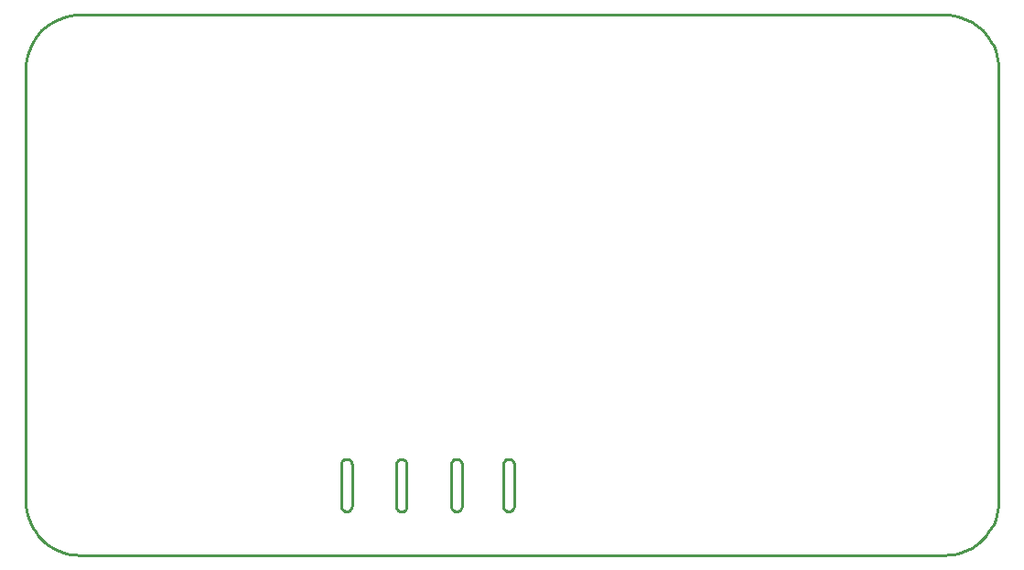
<source format=gbr>
G04 EAGLE Gerber RS-274X export*
G75*
%MOMM*%
%FSLAX34Y34*%
%LPD*%
%IN*%
%IPPOS*%
%AMOC8*
5,1,8,0,0,1.08239X$1,22.5*%
G01*
%ADD10C,0.254000*%


D10*
X-30000Y-10000D02*
X-29810Y-14358D01*
X-29240Y-18682D01*
X-28296Y-22941D01*
X-26985Y-27101D01*
X-25315Y-31131D01*
X-23301Y-35000D01*
X-20958Y-38679D01*
X-18302Y-42139D01*
X-15355Y-45355D01*
X-12139Y-48302D01*
X-8679Y-50958D01*
X-5000Y-53301D01*
X-1131Y-55315D01*
X2899Y-56985D01*
X7059Y-58296D01*
X11318Y-59240D01*
X15642Y-59810D01*
X20000Y-60000D01*
X820000Y-60000D01*
X824358Y-59810D01*
X828682Y-59240D01*
X832941Y-58296D01*
X837101Y-56985D01*
X841131Y-55315D01*
X845000Y-53301D01*
X848679Y-50958D01*
X852139Y-48302D01*
X855355Y-45355D01*
X858302Y-42139D01*
X860958Y-38679D01*
X863301Y-35000D01*
X865315Y-31131D01*
X866985Y-27101D01*
X868296Y-22941D01*
X869240Y-18682D01*
X869810Y-14358D01*
X870000Y-10000D01*
X870000Y390000D01*
X869810Y394358D01*
X869240Y398682D01*
X868296Y402941D01*
X866985Y407101D01*
X865315Y411131D01*
X863301Y415000D01*
X860958Y418679D01*
X858302Y422139D01*
X855355Y425355D01*
X852139Y428302D01*
X848679Y430958D01*
X845000Y433301D01*
X841131Y435315D01*
X837101Y436985D01*
X832941Y438296D01*
X828682Y439240D01*
X824358Y439810D01*
X820000Y440000D01*
X20000Y440000D01*
X15642Y439810D01*
X11318Y439240D01*
X7059Y438296D01*
X2899Y436985D01*
X-1131Y435315D01*
X-5000Y433301D01*
X-8679Y430958D01*
X-12139Y428302D01*
X-15355Y425355D01*
X-18302Y422139D01*
X-20958Y418679D01*
X-23301Y415000D01*
X-25315Y411131D01*
X-26985Y407101D01*
X-28296Y402941D01*
X-29240Y398682D01*
X-29810Y394358D01*
X-30000Y390000D01*
X-30000Y-10000D01*
X411741Y-14545D02*
X411752Y-14866D01*
X411782Y-15185D01*
X411834Y-15501D01*
X411905Y-15814D01*
X411996Y-16121D01*
X412107Y-16422D01*
X412237Y-16715D01*
X412385Y-16999D01*
X412551Y-17273D01*
X412734Y-17536D01*
X412934Y-17786D01*
X413150Y-18024D01*
X413380Y-18247D01*
X413624Y-18454D01*
X413881Y-18646D01*
X414149Y-18821D01*
X414429Y-18978D01*
X414717Y-19117D01*
X415015Y-19238D01*
X415319Y-19339D01*
X415629Y-19420D01*
X415943Y-19481D01*
X416261Y-19522D01*
X416581Y-19543D01*
X416902Y-19543D01*
X417221Y-19522D01*
X417539Y-19481D01*
X417854Y-19420D01*
X418164Y-19339D01*
X418468Y-19238D01*
X418765Y-19117D01*
X419054Y-18978D01*
X419333Y-18821D01*
X419602Y-18646D01*
X419859Y-18454D01*
X420103Y-18247D01*
X420333Y-18024D01*
X420549Y-17786D01*
X420748Y-17536D01*
X420932Y-17273D01*
X421098Y-16999D01*
X421246Y-16715D01*
X421376Y-16422D01*
X421487Y-16121D01*
X421578Y-15814D01*
X421649Y-15501D01*
X421700Y-15185D01*
X421731Y-14866D01*
X421741Y-14545D01*
X421741Y23936D01*
X421731Y24256D01*
X421700Y24575D01*
X421649Y24892D01*
X421578Y25204D01*
X421487Y25511D01*
X421376Y25812D01*
X421246Y26105D01*
X421098Y26389D01*
X420932Y26663D01*
X420748Y26926D01*
X420549Y27177D01*
X420333Y27414D01*
X420103Y27637D01*
X419859Y27845D01*
X419602Y28037D01*
X419333Y28211D01*
X419054Y28369D01*
X418765Y28508D01*
X418468Y28628D01*
X418164Y28729D01*
X417854Y28810D01*
X417539Y28872D01*
X417221Y28913D01*
X416902Y28933D01*
X416581Y28933D01*
X416261Y28913D01*
X415943Y28872D01*
X415629Y28810D01*
X415319Y28729D01*
X415015Y28628D01*
X414717Y28508D01*
X414429Y28369D01*
X414149Y28211D01*
X413881Y28037D01*
X413624Y27845D01*
X413380Y27637D01*
X413150Y27414D01*
X412934Y27177D01*
X412734Y26926D01*
X412551Y26663D01*
X412385Y26389D01*
X412237Y26105D01*
X412107Y25812D01*
X411996Y25511D01*
X411905Y25204D01*
X411834Y24892D01*
X411782Y24575D01*
X411752Y24256D01*
X411741Y23936D01*
X411741Y-14545D01*
X261741Y-14545D02*
X261752Y-14866D01*
X261782Y-15185D01*
X261834Y-15501D01*
X261905Y-15814D01*
X261996Y-16121D01*
X262107Y-16422D01*
X262237Y-16715D01*
X262385Y-16999D01*
X262551Y-17273D01*
X262734Y-17536D01*
X262934Y-17786D01*
X263150Y-18024D01*
X263380Y-18247D01*
X263624Y-18454D01*
X263881Y-18646D01*
X264149Y-18821D01*
X264429Y-18978D01*
X264717Y-19117D01*
X265015Y-19238D01*
X265319Y-19339D01*
X265629Y-19420D01*
X265943Y-19481D01*
X266261Y-19522D01*
X266581Y-19543D01*
X266902Y-19543D01*
X267221Y-19522D01*
X267539Y-19481D01*
X267854Y-19420D01*
X268164Y-19339D01*
X268468Y-19238D01*
X268765Y-19117D01*
X269054Y-18978D01*
X269333Y-18821D01*
X269602Y-18646D01*
X269859Y-18454D01*
X270103Y-18247D01*
X270333Y-18024D01*
X270549Y-17786D01*
X270748Y-17536D01*
X270932Y-17273D01*
X271098Y-16999D01*
X271246Y-16715D01*
X271376Y-16422D01*
X271487Y-16121D01*
X271578Y-15814D01*
X271649Y-15501D01*
X271700Y-15185D01*
X271731Y-14866D01*
X271741Y-14545D01*
X271741Y23936D01*
X271731Y24256D01*
X271700Y24575D01*
X271649Y24892D01*
X271578Y25204D01*
X271487Y25511D01*
X271376Y25812D01*
X271246Y26105D01*
X271098Y26389D01*
X270932Y26663D01*
X270748Y26926D01*
X270549Y27177D01*
X270333Y27414D01*
X270103Y27637D01*
X269859Y27845D01*
X269602Y28037D01*
X269333Y28211D01*
X269054Y28369D01*
X268765Y28508D01*
X268468Y28628D01*
X268164Y28729D01*
X267854Y28810D01*
X267539Y28872D01*
X267221Y28913D01*
X266902Y28933D01*
X266581Y28933D01*
X266261Y28913D01*
X265943Y28872D01*
X265629Y28810D01*
X265319Y28729D01*
X265015Y28628D01*
X264717Y28508D01*
X264429Y28369D01*
X264149Y28211D01*
X263881Y28037D01*
X263624Y27845D01*
X263380Y27637D01*
X263150Y27414D01*
X262934Y27177D01*
X262734Y26926D01*
X262551Y26663D01*
X262385Y26389D01*
X262237Y26105D01*
X262107Y25812D01*
X261996Y25511D01*
X261905Y25204D01*
X261834Y24892D01*
X261782Y24575D01*
X261752Y24256D01*
X261741Y23936D01*
X261741Y-14545D01*
X312478Y-14799D02*
X312488Y-15120D01*
X312519Y-15439D01*
X312570Y-15755D01*
X312641Y-16068D01*
X312733Y-16375D01*
X312843Y-16676D01*
X312973Y-16969D01*
X313121Y-17253D01*
X313287Y-17527D01*
X313471Y-17790D01*
X313671Y-18040D01*
X313886Y-18278D01*
X314116Y-18501D01*
X314360Y-18708D01*
X314617Y-18900D01*
X314886Y-19075D01*
X315165Y-19232D01*
X315454Y-19371D01*
X315751Y-19492D01*
X316055Y-19593D01*
X316365Y-19674D01*
X316680Y-19735D01*
X316998Y-19776D01*
X317318Y-19797D01*
X317638Y-19797D01*
X317958Y-19776D01*
X318276Y-19735D01*
X318590Y-19674D01*
X318900Y-19593D01*
X319205Y-19492D01*
X319502Y-19371D01*
X319791Y-19232D01*
X320070Y-19075D01*
X320338Y-18900D01*
X320595Y-18708D01*
X320839Y-18501D01*
X321070Y-18278D01*
X321285Y-18040D01*
X321485Y-17790D01*
X321668Y-17527D01*
X321834Y-17253D01*
X321983Y-16969D01*
X322112Y-16676D01*
X322223Y-16375D01*
X322314Y-16068D01*
X322386Y-15755D01*
X322437Y-15439D01*
X322468Y-15120D01*
X322478Y-14799D01*
X322478Y23682D01*
X322468Y24002D01*
X322437Y24321D01*
X322386Y24638D01*
X322314Y24950D01*
X322223Y25257D01*
X322112Y25558D01*
X321983Y25851D01*
X321834Y26135D01*
X321668Y26409D01*
X321485Y26672D01*
X321285Y26923D01*
X321070Y27160D01*
X320839Y27383D01*
X320595Y27591D01*
X320338Y27783D01*
X320070Y27957D01*
X319791Y28115D01*
X319502Y28254D01*
X319205Y28374D01*
X318900Y28475D01*
X318590Y28556D01*
X318276Y28618D01*
X317958Y28659D01*
X317638Y28679D01*
X317318Y28679D01*
X316998Y28659D01*
X316680Y28618D01*
X316365Y28556D01*
X316055Y28475D01*
X315751Y28374D01*
X315454Y28254D01*
X315165Y28115D01*
X314886Y27957D01*
X314617Y27783D01*
X314360Y27591D01*
X314116Y27383D01*
X313886Y27160D01*
X313671Y26923D01*
X313471Y26672D01*
X313287Y26409D01*
X313121Y26135D01*
X312973Y25851D01*
X312843Y25558D01*
X312733Y25257D01*
X312641Y24950D01*
X312570Y24638D01*
X312519Y24321D01*
X312488Y24002D01*
X312478Y23682D01*
X312478Y-14799D01*
X363532Y-14545D02*
X363542Y-14866D01*
X363573Y-15185D01*
X363624Y-15501D01*
X363695Y-15814D01*
X363787Y-16121D01*
X363897Y-16422D01*
X364027Y-16715D01*
X364175Y-16999D01*
X364341Y-17273D01*
X364525Y-17536D01*
X364725Y-17786D01*
X364940Y-18024D01*
X365170Y-18247D01*
X365414Y-18454D01*
X365671Y-18646D01*
X365940Y-18821D01*
X366219Y-18978D01*
X366508Y-19117D01*
X366805Y-19238D01*
X367109Y-19339D01*
X367419Y-19420D01*
X367734Y-19481D01*
X368052Y-19522D01*
X368372Y-19543D01*
X368692Y-19543D01*
X369012Y-19522D01*
X369330Y-19481D01*
X369644Y-19420D01*
X369954Y-19339D01*
X370259Y-19238D01*
X370556Y-19117D01*
X370845Y-18978D01*
X371124Y-18821D01*
X371392Y-18646D01*
X371649Y-18454D01*
X371893Y-18247D01*
X372124Y-18024D01*
X372339Y-17786D01*
X372539Y-17536D01*
X372722Y-17273D01*
X372888Y-16999D01*
X373037Y-16715D01*
X373166Y-16422D01*
X373277Y-16121D01*
X373368Y-15814D01*
X373440Y-15501D01*
X373491Y-15185D01*
X373522Y-14866D01*
X373532Y-14545D01*
X373532Y23936D01*
X373522Y24256D01*
X373491Y24575D01*
X373440Y24892D01*
X373368Y25204D01*
X373277Y25511D01*
X373166Y25812D01*
X373037Y26105D01*
X372888Y26389D01*
X372722Y26663D01*
X372539Y26926D01*
X372339Y27177D01*
X372124Y27414D01*
X371893Y27637D01*
X371649Y27845D01*
X371392Y28037D01*
X371124Y28211D01*
X370845Y28369D01*
X370556Y28508D01*
X370259Y28628D01*
X369954Y28729D01*
X369644Y28810D01*
X369330Y28872D01*
X369012Y28913D01*
X368692Y28933D01*
X368372Y28933D01*
X368052Y28913D01*
X367734Y28872D01*
X367419Y28810D01*
X367109Y28729D01*
X366805Y28628D01*
X366508Y28508D01*
X366219Y28369D01*
X365940Y28211D01*
X365671Y28037D01*
X365414Y27845D01*
X365170Y27637D01*
X364940Y27414D01*
X364725Y27177D01*
X364525Y26926D01*
X364341Y26663D01*
X364175Y26389D01*
X364027Y26105D01*
X363897Y25812D01*
X363787Y25511D01*
X363695Y25204D01*
X363624Y24892D01*
X363573Y24575D01*
X363542Y24256D01*
X363532Y23936D01*
X363532Y-14545D01*
M02*

</source>
